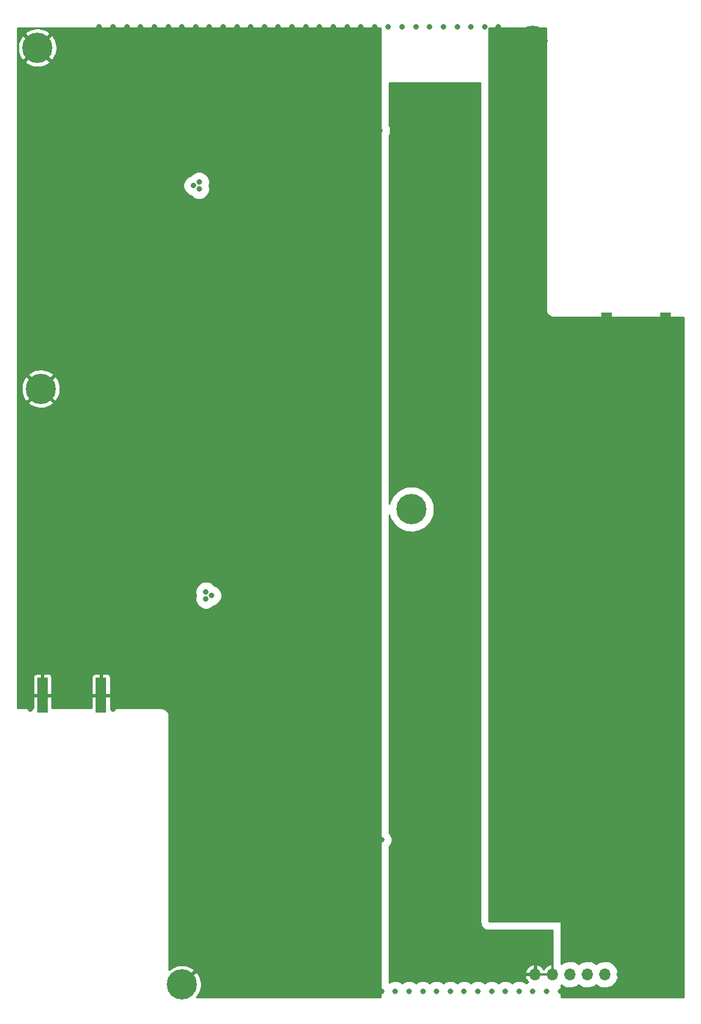
<source format=gbl>
G04 #@! TF.GenerationSoftware,KiCad,Pcbnew,(5.99.0-221-ga18d3cc)*
G04 #@! TF.CreationDate,2019-11-20T11:00:34-07:00*
G04 #@! TF.ProjectId,gva-pha202amp,6776612d-7068-4613-9230-32616d702e6b,rev?*
G04 #@! TF.SameCoordinates,Original*
G04 #@! TF.FileFunction,Copper,L4,Bot*
G04 #@! TF.FilePolarity,Positive*
%FSLAX46Y46*%
G04 Gerber Fmt 4.6, Leading zero omitted, Abs format (unit mm)*
G04 Created by KiCad (PCBNEW (5.99.0-221-ga18d3cc)) date 2019-11-20 11:00:34*
%MOMM*%
%LPD*%
G04 APERTURE LIST*
%ADD10C,0.700000*%
%ADD11C,4.400000*%
%ADD12O,1.700000X1.700000*%
%ADD13R,1.700000X1.700000*%
%ADD14R,1.500000X5.080000*%
%ADD15C,0.800000*%
%ADD16C,0.380600*%
%ADD17C,0.254000*%
G04 APERTURE END LIST*
D10*
X181516726Y-158833274D03*
X180350000Y-158350000D03*
X179183274Y-158833274D03*
X178700000Y-160000000D03*
X179183274Y-161166726D03*
X180350000Y-161650000D03*
X181516726Y-161166726D03*
X182000000Y-160000000D03*
D11*
X180350000Y-160000000D03*
D10*
X148166726Y-227833274D03*
X147000000Y-227350000D03*
X145833274Y-227833274D03*
X145350000Y-229000000D03*
X145833274Y-230166726D03*
X147000000Y-230650000D03*
X148166726Y-230166726D03*
X148650000Y-229000000D03*
D11*
X147000000Y-229000000D03*
D10*
X199166726Y-90833274D03*
X198000000Y-90350000D03*
X196833274Y-90833274D03*
X196350000Y-92000000D03*
X196833274Y-93166726D03*
X198000000Y-93650000D03*
X199166726Y-93166726D03*
X199650000Y-92000000D03*
D11*
X198000000Y-92000000D03*
D10*
X218166726Y-168833274D03*
X217000000Y-168350000D03*
X215833274Y-168833274D03*
X215350000Y-170000000D03*
X215833274Y-171166726D03*
X217000000Y-171650000D03*
X218166726Y-171166726D03*
X218650000Y-170000000D03*
D11*
X217000000Y-170000000D03*
D10*
X218166726Y-216833274D03*
X217000000Y-216350000D03*
X215833274Y-216833274D03*
X215350000Y-218000000D03*
X215833274Y-219166726D03*
X217000000Y-219650000D03*
X218166726Y-219166726D03*
X218650000Y-218000000D03*
D11*
X217000000Y-218000000D03*
D10*
X127666726Y-141333274D03*
X126500000Y-140850000D03*
X125333274Y-141333274D03*
X124850000Y-142500000D03*
X125333274Y-143666726D03*
X126500000Y-144150000D03*
X127666726Y-143666726D03*
X128150000Y-142500000D03*
D11*
X126500000Y-142500000D03*
D10*
X127166726Y-91833274D03*
X126000000Y-91350000D03*
X124833274Y-91833274D03*
X124350000Y-93000000D03*
X124833274Y-94166726D03*
X126000000Y-94650000D03*
X127166726Y-94166726D03*
X127650000Y-93000000D03*
D11*
X126000000Y-93000000D03*
D12*
X198300000Y-227540000D03*
X200840000Y-227540000D03*
X203380000Y-227540000D03*
X205920000Y-227540000D03*
X208460000Y-227540000D03*
X211000000Y-227540000D03*
D13*
X213540000Y-227540000D03*
D14*
X208750000Y-134000000D03*
X217250000Y-134000000D03*
X135250000Y-187000000D03*
X126750000Y-187000000D03*
D15*
X180500000Y-206500000D03*
X180500000Y-175500000D03*
X180500000Y-174500000D03*
X180500000Y-173500000D03*
X180500000Y-172500000D03*
X179500000Y-172500000D03*
X178500000Y-172500000D03*
X180500000Y-106500000D03*
X180500000Y-105500000D03*
X180500000Y-104500000D03*
X180500000Y-103500000D03*
X179500000Y-103500000D03*
X178500000Y-103500000D03*
X180500000Y-140500000D03*
X180500000Y-139500000D03*
X180500000Y-138500000D03*
X180500000Y-137500000D03*
X179500000Y-137500000D03*
X178500000Y-137500000D03*
X180500000Y-209500000D03*
X180500000Y-208500000D03*
X180500000Y-207500000D03*
X179500000Y-206500000D03*
X178500000Y-206500000D03*
X148720000Y-113000000D03*
X151290000Y-172520000D03*
X150500000Y-172000000D03*
X150500000Y-173000000D03*
X149500000Y-113500000D03*
X149500000Y-112500000D03*
X175800000Y-105000000D03*
X215000000Y-215000000D03*
X214000000Y-216000000D03*
X213000000Y-217000000D03*
X212000000Y-218000000D03*
X212000000Y-220000000D03*
X213000000Y-221000000D03*
X214000000Y-222000000D03*
X150000000Y-184000000D03*
X217000000Y-163000000D03*
X216000000Y-164000000D03*
X198000000Y-131000000D03*
X198000000Y-133000000D03*
X198000000Y-135000000D03*
X198000000Y-137000000D03*
X199000000Y-138000000D03*
X218000000Y-140000000D03*
X218000000Y-142000000D03*
X218000000Y-144000000D03*
X218000000Y-146000000D03*
X218000000Y-148000000D03*
X218000000Y-150000000D03*
X218000000Y-152000000D03*
X218000000Y-154000000D03*
X218000000Y-156000000D03*
X218000000Y-158000000D03*
X218000000Y-160000000D03*
X218000000Y-162000000D03*
X215000000Y-165000000D03*
X215000000Y-167000000D03*
X215000000Y-173000000D03*
X215000000Y-175000000D03*
X215000000Y-177000000D03*
X215000000Y-179000000D03*
X215000000Y-181000000D03*
X215000000Y-183000000D03*
X215000000Y-185000000D03*
X215000000Y-187000000D03*
X215000000Y-189000000D03*
X215000000Y-191000000D03*
X215000000Y-193000000D03*
X215000000Y-195000000D03*
X215000000Y-197000000D03*
X215000000Y-199000000D03*
X215000000Y-201000000D03*
X215000000Y-203000000D03*
X215000000Y-205000000D03*
X215000000Y-207000000D03*
X215000000Y-209000000D03*
X215000000Y-211000000D03*
X215000000Y-213000000D03*
X215000000Y-223000000D03*
X216000000Y-224000000D03*
X216000000Y-226000000D03*
X216000000Y-228000000D03*
X216000000Y-230000000D03*
X214000000Y-230000000D03*
X212000000Y-230000000D03*
X210000000Y-230000000D03*
X208000000Y-230000000D03*
X206000000Y-230000000D03*
X204000000Y-230000000D03*
X202000000Y-230000000D03*
X200000000Y-230000000D03*
X198000000Y-230000000D03*
X196000000Y-230000000D03*
X194000000Y-230000000D03*
X192000000Y-230000000D03*
X190000000Y-230000000D03*
X188000000Y-230000000D03*
X186000000Y-230000000D03*
X184000000Y-230000000D03*
X182000000Y-230000000D03*
X180000000Y-230000000D03*
X178000000Y-230000000D03*
X176000000Y-230000000D03*
X174000000Y-230000000D03*
X172000000Y-230000000D03*
X170000000Y-230000000D03*
X168000000Y-230000000D03*
X166000000Y-230000000D03*
X164000000Y-230000000D03*
X162000000Y-230000000D03*
X160000000Y-230000000D03*
X158000000Y-230000000D03*
X156000000Y-230000000D03*
X155000000Y-229000000D03*
X154000000Y-228000000D03*
X153000000Y-227000000D03*
X152000000Y-226000000D03*
X151000000Y-225000000D03*
X150000000Y-224000000D03*
X150000000Y-222000000D03*
X150000000Y-220000000D03*
X150000000Y-218000000D03*
X150000000Y-216000000D03*
X150000000Y-214000000D03*
X150000000Y-212000000D03*
X150000000Y-210000000D03*
X150000000Y-208000000D03*
X150000000Y-206000000D03*
X150000000Y-204000000D03*
X150000000Y-202000000D03*
X150000000Y-200000000D03*
X150000000Y-198000000D03*
X150000000Y-196000000D03*
X150000000Y-194000000D03*
X150000000Y-192000000D03*
X150000000Y-190000000D03*
X150000000Y-188000000D03*
X150000000Y-186000000D03*
X148000000Y-184000000D03*
X146000000Y-184000000D03*
X144000000Y-184000000D03*
X142000000Y-184000000D03*
X140000000Y-184000000D03*
X138000000Y-184000000D03*
X137000000Y-185000000D03*
X137000000Y-187000000D03*
X137000000Y-189000000D03*
X125000000Y-189000000D03*
X125000000Y-187000000D03*
X125000000Y-185000000D03*
X125000000Y-183000000D03*
X125000000Y-181000000D03*
X125000000Y-179000000D03*
X125000000Y-177000000D03*
X125000000Y-175000000D03*
X125000000Y-173000000D03*
X125000000Y-171000000D03*
X125000000Y-169000000D03*
X125000000Y-167000000D03*
X125000000Y-165000000D03*
X125000000Y-165000000D03*
X125000000Y-163000000D03*
X125000000Y-161000000D03*
X125000000Y-159000000D03*
X125000000Y-157000000D03*
X125000000Y-155000000D03*
X125000000Y-153000000D03*
X125000000Y-151000000D03*
X125000000Y-149000000D03*
X126000000Y-148000000D03*
X127000000Y-147000000D03*
X128000000Y-146000000D03*
X129000000Y-145000000D03*
X129000000Y-140000000D03*
X129000000Y-138000000D03*
X129000000Y-136000000D03*
X129000000Y-134000000D03*
X129000000Y-132000000D03*
X129000000Y-130000000D03*
X129000000Y-128000000D03*
X129000000Y-126000000D03*
X129000000Y-124000000D03*
X129000000Y-122000000D03*
X129000000Y-120000000D03*
X129000000Y-118000000D03*
X129000000Y-116000000D03*
X129000000Y-114000000D03*
X129000000Y-112000000D03*
X129000000Y-110000000D03*
X129000000Y-108000000D03*
X129000000Y-106000000D03*
X129000000Y-104000000D03*
X129000000Y-102000000D03*
X129000000Y-100000000D03*
X129000000Y-98000000D03*
X129000000Y-96000000D03*
X130000000Y-95000000D03*
X131000000Y-94000000D03*
X132000000Y-93000000D03*
X133000000Y-92000000D03*
X134000000Y-91000000D03*
X135000000Y-90000000D03*
X137000000Y-90000000D03*
X139000000Y-90000000D03*
X141000000Y-90000000D03*
X143000000Y-90000000D03*
X145000000Y-90000000D03*
X147000000Y-90000000D03*
X149000000Y-90000000D03*
X151000000Y-90000000D03*
X153000000Y-90000000D03*
X155000000Y-90000000D03*
X157000000Y-90000000D03*
X159000000Y-90000000D03*
X161000000Y-90000000D03*
X163000000Y-90000000D03*
X165000000Y-90000000D03*
X167000000Y-90000000D03*
X169000000Y-90000000D03*
X171000000Y-90000000D03*
X173000000Y-90000000D03*
X175000000Y-90000000D03*
X177000000Y-90000000D03*
X179000000Y-90000000D03*
X181000000Y-90000000D03*
X183000000Y-90000000D03*
X185000000Y-90000000D03*
X187000000Y-90000000D03*
X189000000Y-90000000D03*
X191000000Y-90000000D03*
X193000000Y-90000000D03*
X195000000Y-91000000D03*
X198000000Y-95000000D03*
X198000000Y-97000000D03*
X198000000Y-99000000D03*
X198000000Y-101000000D03*
X198000000Y-103000000D03*
X198000000Y-105000000D03*
X198000000Y-107000000D03*
X198000000Y-109000000D03*
X198000000Y-111000000D03*
X198000000Y-113000000D03*
X198000000Y-115000000D03*
X198000000Y-117000000D03*
X198000000Y-119000000D03*
X198000000Y-121000000D03*
X198000000Y-123000000D03*
X198000000Y-125000000D03*
X198000000Y-127000000D03*
X198000000Y-129000000D03*
X200000000Y-139000000D03*
X202000000Y-139000000D03*
X204000000Y-139000000D03*
X206000000Y-139000000D03*
X146500000Y-113000000D03*
X152500000Y-174000000D03*
X210000000Y-132500000D03*
X210000000Y-133500000D03*
X210000000Y-134500000D03*
X210000000Y-135500000D03*
X210000000Y-136500000D03*
X216000000Y-132500000D03*
X216000000Y-133500000D03*
X216000000Y-134500000D03*
X216000000Y-135500000D03*
X216000000Y-136500000D03*
X218000000Y-137500000D03*
X217000000Y-137500000D03*
X216000000Y-137500000D03*
X216000000Y-138500000D03*
X217000000Y-138500000D03*
X218000000Y-138500000D03*
X219000000Y-138500000D03*
X219000000Y-137500000D03*
X219000000Y-136500000D03*
X219000000Y-135500000D03*
X219000000Y-134500000D03*
X219000000Y-133500000D03*
X219000000Y-132500000D03*
X210000000Y-138500000D03*
X209000000Y-138500000D03*
X208000000Y-138500000D03*
X207000000Y-138500000D03*
X210000000Y-137500000D03*
X209000000Y-137500000D03*
X208000000Y-137500000D03*
X207000000Y-137500000D03*
X207000000Y-136500000D03*
X207000000Y-135500000D03*
X207000000Y-134500000D03*
X207000000Y-133500000D03*
X207000000Y-132500000D03*
X210500000Y-196500000D03*
X133000000Y-126500000D03*
X155500000Y-144000000D03*
X154500000Y-144000000D03*
X153500000Y-144000000D03*
X153500000Y-143000000D03*
X153500000Y-142000000D03*
X153500000Y-141000000D03*
X154500000Y-141000000D03*
X155500000Y-141000000D03*
X155500000Y-213000000D03*
X154500000Y-213000000D03*
X153500000Y-213000000D03*
X153500000Y-212000000D03*
X153500000Y-211000000D03*
X153500000Y-210000000D03*
X154500000Y-210000000D03*
X155500000Y-210000000D03*
X195000000Y-179000000D03*
X196000000Y-179000000D03*
X197000000Y-179000000D03*
X197000000Y-178000000D03*
X197000000Y-177000000D03*
X197000000Y-176000000D03*
X196000000Y-176000000D03*
X195000000Y-176000000D03*
X195000000Y-110000000D03*
X196000000Y-110000000D03*
X197000000Y-110000000D03*
X197000000Y-109000000D03*
X197000000Y-108000000D03*
X197000000Y-107000000D03*
X196000000Y-107000000D03*
X195000000Y-107000000D03*
X210500000Y-192500000D03*
X211500000Y-192500000D03*
X212500000Y-192500000D03*
X212500000Y-193500000D03*
X212500000Y-194500000D03*
X212500000Y-195500000D03*
X212500000Y-196500000D03*
X211500000Y-196500000D03*
X135000000Y-127500000D03*
X134000000Y-127500000D03*
X133000000Y-127500000D03*
X133000000Y-125500000D03*
X133000000Y-124500000D03*
X134000000Y-124500000D03*
X135000000Y-124500000D03*
X176000000Y-208000000D03*
X175400000Y-139100000D03*
X175500000Y-174000000D03*
X172500000Y-150000000D03*
X173500000Y-150000000D03*
X174500000Y-150000000D03*
X174000000Y-149000000D03*
X173000000Y-149000000D03*
X174500000Y-148000000D03*
X173500000Y-148000000D03*
X172500000Y-148000000D03*
X172500000Y-138000000D03*
X173500000Y-138000000D03*
X174500000Y-138000000D03*
X174000000Y-139000000D03*
X173000000Y-139000000D03*
X172500000Y-140000000D03*
X173500000Y-140000000D03*
X174500000Y-140000000D03*
X174000000Y-141000000D03*
X173000000Y-141000000D03*
X173000000Y-147000000D03*
X174000000Y-147000000D03*
X174500000Y-146000000D03*
X172500000Y-146000000D03*
X173500000Y-146000000D03*
X174500000Y-112000000D03*
X174500000Y-114000000D03*
X173500000Y-112000000D03*
X173500000Y-114000000D03*
X174000000Y-113000000D03*
X173000000Y-113000000D03*
X154000000Y-169500000D03*
X154000000Y-165500000D03*
X154000000Y-167500000D03*
X153500000Y-168500000D03*
X153500000Y-166500000D03*
X146000000Y-118000000D03*
X149000000Y-116000000D03*
X146000000Y-116000000D03*
X146000000Y-120000000D03*
X149000000Y-120000000D03*
X151000000Y-165500000D03*
X153000000Y-169500000D03*
X151000000Y-169500000D03*
X152000000Y-169500000D03*
X153000000Y-165500000D03*
X152000000Y-165500000D03*
X152500000Y-168500000D03*
X153000000Y-167500000D03*
X151500000Y-166500000D03*
X151500000Y-168500000D03*
X151000000Y-167500000D03*
X152000000Y-167500000D03*
X152500000Y-166500000D03*
X148000000Y-120000000D03*
X147000000Y-120000000D03*
X146500000Y-119000000D03*
X146500000Y-117000000D03*
X147000000Y-116000000D03*
X148000000Y-116000000D03*
X174500000Y-106000000D03*
X173500000Y-106000000D03*
X172500000Y-106000000D03*
X173000000Y-105000000D03*
X174000000Y-105000000D03*
X174500000Y-104000000D03*
X172500000Y-104000000D03*
X173500000Y-104000000D03*
X173000000Y-103000000D03*
X174000000Y-103000000D03*
X172500000Y-102000000D03*
X174500000Y-102000000D03*
X173500000Y-102000000D03*
X172500000Y-108000000D03*
X173500000Y-108000000D03*
X147000000Y-118000000D03*
X147500000Y-119000000D03*
X149000000Y-118000000D03*
X147500000Y-117000000D03*
X148500000Y-117000000D03*
X148000000Y-118000000D03*
X148500000Y-119000000D03*
X172500000Y-112000000D03*
X172500000Y-114000000D03*
X173000000Y-107000000D03*
X174000000Y-107000000D03*
X172500000Y-110000000D03*
X174500000Y-108000000D03*
X174500000Y-110000000D03*
X173000000Y-109000000D03*
X173000000Y-111000000D03*
X174000000Y-111000000D03*
X173500000Y-110000000D03*
X174000000Y-109000000D03*
X173000000Y-145000000D03*
X174500000Y-144000000D03*
X174000000Y-145000000D03*
X173500000Y-142000000D03*
X172500000Y-142000000D03*
X174500000Y-142000000D03*
X174000000Y-143000000D03*
X172500000Y-144000000D03*
X173500000Y-144000000D03*
X173000000Y-143000000D03*
X172500000Y-180000000D03*
X172500000Y-184000000D03*
X172500000Y-182000000D03*
X172500000Y-172000000D03*
X174000000Y-173000000D03*
X173000000Y-173000000D03*
X173000000Y-175000000D03*
X173500000Y-174000000D03*
X173000000Y-177000000D03*
X174000000Y-177000000D03*
X173500000Y-178000000D03*
X173000000Y-179000000D03*
X174000000Y-179000000D03*
X174500000Y-174000000D03*
X172500000Y-178000000D03*
X173500000Y-172000000D03*
X172500000Y-176000000D03*
X174500000Y-176000000D03*
X174000000Y-175000000D03*
X174500000Y-178000000D03*
X173500000Y-176000000D03*
X174500000Y-172000000D03*
X172500000Y-174000000D03*
X174000000Y-181000000D03*
X174500000Y-180000000D03*
X174000000Y-183000000D03*
X173000000Y-183000000D03*
X173000000Y-181000000D03*
X173500000Y-180000000D03*
X174500000Y-182000000D03*
X173500000Y-184000000D03*
X173500000Y-182000000D03*
X174500000Y-184000000D03*
X174000000Y-216000000D03*
X172500000Y-207000000D03*
X172500000Y-219000000D03*
X174000000Y-218000000D03*
X174500000Y-211000000D03*
X174500000Y-219000000D03*
X174000000Y-212000000D03*
X173000000Y-210000000D03*
X173000000Y-212000000D03*
X174000000Y-210000000D03*
X174500000Y-213000000D03*
X174500000Y-209000000D03*
X174000000Y-208000000D03*
X172500000Y-215000000D03*
X173500000Y-217000000D03*
X172500000Y-211000000D03*
X173500000Y-213000000D03*
X173500000Y-219000000D03*
X173000000Y-208000000D03*
X173500000Y-209000000D03*
X173000000Y-214000000D03*
X172500000Y-213000000D03*
X173500000Y-207000000D03*
X174500000Y-207000000D03*
X172500000Y-209000000D03*
X172500000Y-217000000D03*
X173500000Y-211000000D03*
X173000000Y-218000000D03*
X174500000Y-217000000D03*
X173000000Y-216000000D03*
X173500000Y-215000000D03*
X174500000Y-215000000D03*
X174000000Y-214000000D03*
D16*
X198300000Y-227540000D02*
X200840000Y-227540000D01*
D17*
G36*
X190374000Y-220004791D02*
G01*
X190386746Y-220172166D01*
X190443482Y-220391291D01*
X190543875Y-220595957D01*
X190683412Y-220776225D01*
X190856381Y-220924712D01*
X191055699Y-221035344D01*
X191273207Y-221103587D01*
X191493610Y-221126000D01*
X200874000Y-221126000D01*
X200874000Y-227668000D01*
X200712000Y-227668000D01*
X200712000Y-226040022D01*
X200345292Y-226135200D01*
X200115671Y-226238637D01*
X199906760Y-226379284D01*
X199724534Y-226553119D01*
X199574203Y-226755172D01*
X199567564Y-226768230D01*
X199503390Y-226662474D01*
X199338331Y-226472261D01*
X199143584Y-226312578D01*
X198924716Y-226187991D01*
X198685169Y-226101040D01*
X198428000Y-226066953D01*
X198428000Y-227668000D01*
X196810513Y-227668000D01*
X196873456Y-227967983D01*
X196965961Y-228202222D01*
X197096610Y-228417526D01*
X197261669Y-228607739D01*
X197302078Y-228640873D01*
X197098099Y-228758640D01*
X197000000Y-228846969D01*
X196901901Y-228758640D01*
X196624099Y-228598251D01*
X196319021Y-228499126D01*
X196000000Y-228465595D01*
X195680979Y-228499126D01*
X195375901Y-228598251D01*
X195098099Y-228758640D01*
X195000000Y-228846969D01*
X194901901Y-228758640D01*
X194624099Y-228598251D01*
X194319021Y-228499126D01*
X194000000Y-228465595D01*
X193680979Y-228499126D01*
X193375901Y-228598251D01*
X193098099Y-228758640D01*
X193000000Y-228846969D01*
X192901901Y-228758640D01*
X192624099Y-228598251D01*
X192319021Y-228499126D01*
X192000000Y-228465595D01*
X191680979Y-228499126D01*
X191375901Y-228598251D01*
X191098099Y-228758640D01*
X191000000Y-228846969D01*
X190901901Y-228758640D01*
X190624099Y-228598251D01*
X190319021Y-228499126D01*
X190000000Y-228465595D01*
X189680979Y-228499126D01*
X189375901Y-228598251D01*
X189098099Y-228758640D01*
X189000000Y-228846969D01*
X188901901Y-228758640D01*
X188624099Y-228598251D01*
X188319021Y-228499126D01*
X188000000Y-228465595D01*
X187680979Y-228499126D01*
X187375901Y-228598251D01*
X187098099Y-228758640D01*
X187000000Y-228846969D01*
X186901901Y-228758640D01*
X186624099Y-228598251D01*
X186319021Y-228499126D01*
X186000000Y-228465595D01*
X185680979Y-228499126D01*
X185375901Y-228598251D01*
X185098099Y-228758640D01*
X185000000Y-228846969D01*
X184901901Y-228758640D01*
X184624099Y-228598251D01*
X184319021Y-228499126D01*
X184000000Y-228465595D01*
X183680979Y-228499126D01*
X183375901Y-228598251D01*
X183098099Y-228758640D01*
X183000000Y-228846969D01*
X182901901Y-228758640D01*
X182624099Y-228598251D01*
X182319021Y-228499126D01*
X182000000Y-228465595D01*
X181680979Y-228499126D01*
X181375901Y-228598251D01*
X181098099Y-228758640D01*
X181000000Y-228846969D01*
X180901901Y-228758640D01*
X180624099Y-228598251D01*
X180319021Y-228499126D01*
X180000000Y-228465595D01*
X179680979Y-228499126D01*
X179375901Y-228598251D01*
X179098099Y-228758640D01*
X179000000Y-228846969D01*
X178901901Y-228758640D01*
X178624099Y-228598251D01*
X178319021Y-228499126D01*
X178000000Y-228465595D01*
X177680979Y-228499126D01*
X177375901Y-228598251D01*
X177126000Y-228742531D01*
X177126000Y-227412000D01*
X196819957Y-227412000D01*
X198172000Y-227412000D01*
X198172000Y-226040022D01*
X197805292Y-226135200D01*
X197575671Y-226238637D01*
X197366760Y-226379284D01*
X197184534Y-226553119D01*
X197034203Y-226755172D01*
X196920064Y-226979666D01*
X196845382Y-227220181D01*
X196819957Y-227412000D01*
X177126000Y-227412000D01*
X177126000Y-209039580D01*
X177140285Y-209026718D01*
X177328833Y-208767202D01*
X177459306Y-208474158D01*
X177525999Y-208160389D01*
X177525999Y-207839611D01*
X177459306Y-207525842D01*
X177328833Y-207232798D01*
X177140285Y-206973282D01*
X177126000Y-206960420D01*
X177126000Y-160829661D01*
X177135300Y-160873414D01*
X177252692Y-161226311D01*
X177408691Y-161563922D01*
X177601350Y-161882040D01*
X177828269Y-162176700D01*
X178086619Y-162444229D01*
X178373180Y-162681293D01*
X178684381Y-162884938D01*
X179016342Y-163052623D01*
X179364926Y-163182260D01*
X179725788Y-163272233D01*
X180094430Y-163321421D01*
X180466258Y-163329210D01*
X180836637Y-163295502D01*
X181200950Y-163220720D01*
X181554658Y-163105793D01*
X181893349Y-162952156D01*
X182212805Y-162761722D01*
X182509043Y-162536866D01*
X182778368Y-162280390D01*
X183017428Y-161995491D01*
X183223239Y-161685719D01*
X183393239Y-161354937D01*
X183525306Y-161007266D01*
X183617795Y-160647041D01*
X183669678Y-160277877D01*
X183676143Y-159814923D01*
X183634589Y-159444453D01*
X183552192Y-159081786D01*
X183429884Y-158730563D01*
X183269187Y-158395163D01*
X183072105Y-158079766D01*
X182841094Y-157788304D01*
X182579034Y-157524408D01*
X182289191Y-157291367D01*
X181975177Y-157092088D01*
X181640907Y-156929054D01*
X181290547Y-156804296D01*
X180928464Y-156719370D01*
X180559170Y-156675334D01*
X180187269Y-156672738D01*
X179817397Y-156711614D01*
X179454164Y-156791476D01*
X179102096Y-156911329D01*
X178765582Y-157069680D01*
X178448817Y-157264556D01*
X178155748Y-157493527D01*
X177890029Y-157753738D01*
X177654972Y-158041947D01*
X177453505Y-158354562D01*
X177288141Y-158687686D01*
X177160940Y-159037166D01*
X177126000Y-159181590D01*
X177126000Y-105771101D01*
X177128833Y-105767202D01*
X177259306Y-105474158D01*
X177325999Y-105160389D01*
X177325999Y-104839611D01*
X177259306Y-104525842D01*
X177128833Y-104232798D01*
X177126000Y-104228899D01*
X177126000Y-98126000D01*
X190374000Y-98126000D01*
X190374000Y-220004791D01*
G37*
X190374000Y-220004791D02*
X190386746Y-220172166D01*
X190443482Y-220391291D01*
X190543875Y-220595957D01*
X190683412Y-220776225D01*
X190856381Y-220924712D01*
X191055699Y-221035344D01*
X191273207Y-221103587D01*
X191493610Y-221126000D01*
X200874000Y-221126000D01*
X200874000Y-227668000D01*
X200712000Y-227668000D01*
X200712000Y-226040022D01*
X200345292Y-226135200D01*
X200115671Y-226238637D01*
X199906760Y-226379284D01*
X199724534Y-226553119D01*
X199574203Y-226755172D01*
X199567564Y-226768230D01*
X199503390Y-226662474D01*
X199338331Y-226472261D01*
X199143584Y-226312578D01*
X198924716Y-226187991D01*
X198685169Y-226101040D01*
X198428000Y-226066953D01*
X198428000Y-227668000D01*
X196810513Y-227668000D01*
X196873456Y-227967983D01*
X196965961Y-228202222D01*
X197096610Y-228417526D01*
X197261669Y-228607739D01*
X197302078Y-228640873D01*
X197098099Y-228758640D01*
X197000000Y-228846969D01*
X196901901Y-228758640D01*
X196624099Y-228598251D01*
X196319021Y-228499126D01*
X196000000Y-228465595D01*
X195680979Y-228499126D01*
X195375901Y-228598251D01*
X195098099Y-228758640D01*
X195000000Y-228846969D01*
X194901901Y-228758640D01*
X194624099Y-228598251D01*
X194319021Y-228499126D01*
X194000000Y-228465595D01*
X193680979Y-228499126D01*
X193375901Y-228598251D01*
X193098099Y-228758640D01*
X193000000Y-228846969D01*
X192901901Y-228758640D01*
X192624099Y-228598251D01*
X192319021Y-228499126D01*
X192000000Y-228465595D01*
X191680979Y-228499126D01*
X191375901Y-228598251D01*
X191098099Y-228758640D01*
X191000000Y-228846969D01*
X190901901Y-228758640D01*
X190624099Y-228598251D01*
X190319021Y-228499126D01*
X190000000Y-228465595D01*
X189680979Y-228499126D01*
X189375901Y-228598251D01*
X189098099Y-228758640D01*
X189000000Y-228846969D01*
X188901901Y-228758640D01*
X188624099Y-228598251D01*
X188319021Y-228499126D01*
X188000000Y-228465595D01*
X187680979Y-228499126D01*
X187375901Y-228598251D01*
X187098099Y-228758640D01*
X187000000Y-228846969D01*
X186901901Y-228758640D01*
X186624099Y-228598251D01*
X186319021Y-228499126D01*
X186000000Y-228465595D01*
X185680979Y-228499126D01*
X185375901Y-228598251D01*
X185098099Y-228758640D01*
X185000000Y-228846969D01*
X184901901Y-228758640D01*
X184624099Y-228598251D01*
X184319021Y-228499126D01*
X184000000Y-228465595D01*
X183680979Y-228499126D01*
X183375901Y-228598251D01*
X183098099Y-228758640D01*
X183000000Y-228846969D01*
X182901901Y-228758640D01*
X182624099Y-228598251D01*
X182319021Y-228499126D01*
X182000000Y-228465595D01*
X181680979Y-228499126D01*
X181375901Y-228598251D01*
X181098099Y-228758640D01*
X181000000Y-228846969D01*
X180901901Y-228758640D01*
X180624099Y-228598251D01*
X180319021Y-228499126D01*
X180000000Y-228465595D01*
X179680979Y-228499126D01*
X179375901Y-228598251D01*
X179098099Y-228758640D01*
X179000000Y-228846969D01*
X178901901Y-228758640D01*
X178624099Y-228598251D01*
X178319021Y-228499126D01*
X178000000Y-228465595D01*
X177680979Y-228499126D01*
X177375901Y-228598251D01*
X177126000Y-228742531D01*
X177126000Y-227412000D01*
X196819957Y-227412000D01*
X198172000Y-227412000D01*
X198172000Y-226040022D01*
X197805292Y-226135200D01*
X197575671Y-226238637D01*
X197366760Y-226379284D01*
X197184534Y-226553119D01*
X197034203Y-226755172D01*
X196920064Y-226979666D01*
X196845382Y-227220181D01*
X196819957Y-227412000D01*
X177126000Y-227412000D01*
X177126000Y-209039580D01*
X177140285Y-209026718D01*
X177328833Y-208767202D01*
X177459306Y-208474158D01*
X177525999Y-208160389D01*
X177525999Y-207839611D01*
X177459306Y-207525842D01*
X177328833Y-207232798D01*
X177140285Y-206973282D01*
X177126000Y-206960420D01*
X177126000Y-160829661D01*
X177135300Y-160873414D01*
X177252692Y-161226311D01*
X177408691Y-161563922D01*
X177601350Y-161882040D01*
X177828269Y-162176700D01*
X178086619Y-162444229D01*
X178373180Y-162681293D01*
X178684381Y-162884938D01*
X179016342Y-163052623D01*
X179364926Y-163182260D01*
X179725788Y-163272233D01*
X180094430Y-163321421D01*
X180466258Y-163329210D01*
X180836637Y-163295502D01*
X181200950Y-163220720D01*
X181554658Y-163105793D01*
X181893349Y-162952156D01*
X182212805Y-162761722D01*
X182509043Y-162536866D01*
X182778368Y-162280390D01*
X183017428Y-161995491D01*
X183223239Y-161685719D01*
X183393239Y-161354937D01*
X183525306Y-161007266D01*
X183617795Y-160647041D01*
X183669678Y-160277877D01*
X183676143Y-159814923D01*
X183634589Y-159444453D01*
X183552192Y-159081786D01*
X183429884Y-158730563D01*
X183269187Y-158395163D01*
X183072105Y-158079766D01*
X182841094Y-157788304D01*
X182579034Y-157524408D01*
X182289191Y-157291367D01*
X181975177Y-157092088D01*
X181640907Y-156929054D01*
X181290547Y-156804296D01*
X180928464Y-156719370D01*
X180559170Y-156675334D01*
X180187269Y-156672738D01*
X179817397Y-156711614D01*
X179454164Y-156791476D01*
X179102096Y-156911329D01*
X178765582Y-157069680D01*
X178448817Y-157264556D01*
X178155748Y-157493527D01*
X177890029Y-157753738D01*
X177654972Y-158041947D01*
X177453505Y-158354562D01*
X177288141Y-158687686D01*
X177160940Y-159037166D01*
X177126000Y-159181590D01*
X177126000Y-105771101D01*
X177128833Y-105767202D01*
X177259306Y-105474158D01*
X177325999Y-105160389D01*
X177325999Y-104839611D01*
X177259306Y-104525842D01*
X177128833Y-104232798D01*
X177126000Y-104228899D01*
X177126000Y-98126000D01*
X190374000Y-98126000D01*
X190374000Y-220004791D01*
G36*
X199874000Y-130970303D02*
G01*
X199869546Y-131055289D01*
X199882534Y-131141164D01*
X199891311Y-131227581D01*
X199899606Y-131254050D01*
X199903752Y-131281468D01*
X199933749Y-131362996D01*
X199959718Y-131445864D01*
X199973162Y-131470118D01*
X199982740Y-131496151D01*
X200028514Y-131569977D01*
X200070619Y-131645938D01*
X200088671Y-131666998D01*
X200103282Y-131690565D01*
X200162962Y-131753676D01*
X200219485Y-131819622D01*
X200241399Y-131836619D01*
X200260455Y-131856771D01*
X200331610Y-131906595D01*
X200400234Y-131959824D01*
X200425114Y-131972067D01*
X200447838Y-131987978D01*
X200527542Y-132022470D01*
X200605484Y-132060821D01*
X200632325Y-132067813D01*
X200660845Y-132080154D01*
X200707333Y-132087350D01*
X200826849Y-132118482D01*
X200950186Y-132124946D01*
X200956997Y-132126000D01*
X200970302Y-132126000D01*
X201055288Y-132130454D01*
X201084738Y-132126000D01*
X219874001Y-132126000D01*
X219874000Y-230874000D01*
X202126000Y-230874000D01*
X202126000Y-229072735D01*
X202135830Y-229081918D01*
X202371447Y-229245371D01*
X202628192Y-229373099D01*
X202903684Y-229463410D01*
X203331996Y-229516000D01*
X203452759Y-229516000D01*
X203666010Y-229500527D01*
X203946028Y-229438705D01*
X204214190Y-229337107D01*
X204464875Y-229197864D01*
X204649288Y-229057124D01*
X204675830Y-229081918D01*
X204911447Y-229245371D01*
X205168192Y-229373099D01*
X205443684Y-229463410D01*
X205871996Y-229516000D01*
X205992759Y-229516000D01*
X206206010Y-229500527D01*
X206486028Y-229438705D01*
X206754190Y-229337107D01*
X207004875Y-229197864D01*
X207189288Y-229057124D01*
X207215830Y-229081918D01*
X207451447Y-229245371D01*
X207708192Y-229373099D01*
X207983684Y-229463410D01*
X208411996Y-229516000D01*
X208532759Y-229516000D01*
X208746010Y-229500527D01*
X209026028Y-229438705D01*
X209294190Y-229337107D01*
X209544875Y-229197864D01*
X209772836Y-229023891D01*
X209973293Y-228818831D01*
X210142050Y-228586984D01*
X210275570Y-228333204D01*
X210371058Y-228062806D01*
X210426511Y-227781457D01*
X210440770Y-227495050D01*
X210413533Y-227209585D01*
X210345374Y-226931040D01*
X210237720Y-226665254D01*
X210092824Y-226417791D01*
X209913724Y-226193837D01*
X209704170Y-225998083D01*
X209468553Y-225834629D01*
X209211808Y-225706901D01*
X208936316Y-225616590D01*
X208508004Y-225564000D01*
X208387241Y-225564000D01*
X208173990Y-225579473D01*
X207893972Y-225641295D01*
X207625810Y-225742893D01*
X207375125Y-225882136D01*
X207190712Y-226022876D01*
X207164170Y-225998082D01*
X206928553Y-225834629D01*
X206671808Y-225706901D01*
X206396316Y-225616590D01*
X205968004Y-225564000D01*
X205847241Y-225564000D01*
X205633990Y-225579473D01*
X205353972Y-225641295D01*
X205085810Y-225742893D01*
X204835125Y-225882136D01*
X204650712Y-226022876D01*
X204624170Y-225998082D01*
X204388553Y-225834629D01*
X204131808Y-225706901D01*
X203856316Y-225616590D01*
X203428004Y-225564000D01*
X203307241Y-225564000D01*
X203093990Y-225579473D01*
X202813972Y-225641295D01*
X202545810Y-225742893D01*
X202295125Y-225882136D01*
X202126000Y-226011208D01*
X202126000Y-219874000D01*
X191626000Y-219874000D01*
X191626000Y-90126000D01*
X199874001Y-90126000D01*
X199874000Y-130970303D01*
G37*
X199874000Y-130970303D02*
X199869546Y-131055289D01*
X199882534Y-131141164D01*
X199891311Y-131227581D01*
X199899606Y-131254050D01*
X199903752Y-131281468D01*
X199933749Y-131362996D01*
X199959718Y-131445864D01*
X199973162Y-131470118D01*
X199982740Y-131496151D01*
X200028514Y-131569977D01*
X200070619Y-131645938D01*
X200088671Y-131666998D01*
X200103282Y-131690565D01*
X200162962Y-131753676D01*
X200219485Y-131819622D01*
X200241399Y-131836619D01*
X200260455Y-131856771D01*
X200331610Y-131906595D01*
X200400234Y-131959824D01*
X200425114Y-131972067D01*
X200447838Y-131987978D01*
X200527542Y-132022470D01*
X200605484Y-132060821D01*
X200632325Y-132067813D01*
X200660845Y-132080154D01*
X200707333Y-132087350D01*
X200826849Y-132118482D01*
X200950186Y-132124946D01*
X200956997Y-132126000D01*
X200970302Y-132126000D01*
X201055288Y-132130454D01*
X201084738Y-132126000D01*
X219874001Y-132126000D01*
X219874000Y-230874000D01*
X202126000Y-230874000D01*
X202126000Y-229072735D01*
X202135830Y-229081918D01*
X202371447Y-229245371D01*
X202628192Y-229373099D01*
X202903684Y-229463410D01*
X203331996Y-229516000D01*
X203452759Y-229516000D01*
X203666010Y-229500527D01*
X203946028Y-229438705D01*
X204214190Y-229337107D01*
X204464875Y-229197864D01*
X204649288Y-229057124D01*
X204675830Y-229081918D01*
X204911447Y-229245371D01*
X205168192Y-229373099D01*
X205443684Y-229463410D01*
X205871996Y-229516000D01*
X205992759Y-229516000D01*
X206206010Y-229500527D01*
X206486028Y-229438705D01*
X206754190Y-229337107D01*
X207004875Y-229197864D01*
X207189288Y-229057124D01*
X207215830Y-229081918D01*
X207451447Y-229245371D01*
X207708192Y-229373099D01*
X207983684Y-229463410D01*
X208411996Y-229516000D01*
X208532759Y-229516000D01*
X208746010Y-229500527D01*
X209026028Y-229438705D01*
X209294190Y-229337107D01*
X209544875Y-229197864D01*
X209772836Y-229023891D01*
X209973293Y-228818831D01*
X210142050Y-228586984D01*
X210275570Y-228333204D01*
X210371058Y-228062806D01*
X210426511Y-227781457D01*
X210440770Y-227495050D01*
X210413533Y-227209585D01*
X210345374Y-226931040D01*
X210237720Y-226665254D01*
X210092824Y-226417791D01*
X209913724Y-226193837D01*
X209704170Y-225998083D01*
X209468553Y-225834629D01*
X209211808Y-225706901D01*
X208936316Y-225616590D01*
X208508004Y-225564000D01*
X208387241Y-225564000D01*
X208173990Y-225579473D01*
X207893972Y-225641295D01*
X207625810Y-225742893D01*
X207375125Y-225882136D01*
X207190712Y-226022876D01*
X207164170Y-225998082D01*
X206928553Y-225834629D01*
X206671808Y-225706901D01*
X206396316Y-225616590D01*
X205968004Y-225564000D01*
X205847241Y-225564000D01*
X205633990Y-225579473D01*
X205353972Y-225641295D01*
X205085810Y-225742893D01*
X204835125Y-225882136D01*
X204650712Y-226022876D01*
X204624170Y-225998082D01*
X204388553Y-225834629D01*
X204131808Y-225706901D01*
X203856316Y-225616590D01*
X203428004Y-225564000D01*
X203307241Y-225564000D01*
X203093990Y-225579473D01*
X202813972Y-225641295D01*
X202545810Y-225742893D01*
X202295125Y-225882136D01*
X202126000Y-226011208D01*
X202126000Y-219874000D01*
X191626000Y-219874000D01*
X191626000Y-90126000D01*
X199874001Y-90126000D01*
X199874000Y-130970303D01*
G36*
X175874000Y-230874000D02*
G01*
X149126920Y-230874000D01*
X149200205Y-230794443D01*
X149399848Y-230517122D01*
X149564730Y-230217823D01*
X149692460Y-229900884D01*
X149781189Y-229570896D01*
X149829724Y-229231982D01*
X149834260Y-228832277D01*
X149793425Y-228492349D01*
X149712205Y-228160432D01*
X149591699Y-227840677D01*
X149433650Y-227537715D01*
X149240350Y-227255935D01*
X149092772Y-227088248D01*
X147000000Y-229181020D01*
X146818980Y-229000000D01*
X148911541Y-226907439D01*
X148759663Y-226771881D01*
X148479240Y-226576617D01*
X148177388Y-226416458D01*
X147858482Y-226293722D01*
X147527140Y-226210188D01*
X147188164Y-226167065D01*
X146846461Y-226164977D01*
X146506982Y-226203956D01*
X146174645Y-226283437D01*
X145854263Y-226402267D01*
X145550478Y-226558727D01*
X145267689Y-226750549D01*
X145126000Y-226873935D01*
X145126000Y-190029697D01*
X145130454Y-189944711D01*
X145117466Y-189858836D01*
X145108689Y-189772419D01*
X145100394Y-189745952D01*
X145096247Y-189718531D01*
X145066253Y-189637010D01*
X145040282Y-189554136D01*
X145026838Y-189529880D01*
X145017259Y-189503848D01*
X144971486Y-189430024D01*
X144929381Y-189354062D01*
X144911329Y-189333002D01*
X144896718Y-189309435D01*
X144837038Y-189246324D01*
X144780515Y-189180378D01*
X144758601Y-189163381D01*
X144739545Y-189143229D01*
X144668390Y-189093405D01*
X144599764Y-189040174D01*
X144574882Y-189027931D01*
X144552164Y-189012023D01*
X144472453Y-188977529D01*
X144394514Y-188939178D01*
X144367674Y-188932187D01*
X144339157Y-188919847D01*
X144292661Y-188912648D01*
X144173149Y-188881518D01*
X144049814Y-188875054D01*
X144043003Y-188874000D01*
X144029697Y-188874000D01*
X143944711Y-188869546D01*
X143915261Y-188874000D01*
X136641837Y-188874000D01*
X136641837Y-187128000D01*
X133858163Y-187128000D01*
X133858163Y-188874000D01*
X128141837Y-188874000D01*
X128141837Y-187128000D01*
X125358163Y-187128000D01*
X125358163Y-188874000D01*
X123126000Y-188874000D01*
X123126000Y-184448976D01*
X125358163Y-184448976D01*
X125358163Y-186872000D01*
X126622000Y-186872000D01*
X126622000Y-183818163D01*
X126878000Y-183818163D01*
X126878000Y-186872000D01*
X128141837Y-186872000D01*
X128141837Y-184448976D01*
X133858163Y-184448976D01*
X133858163Y-186872000D01*
X135122000Y-186872000D01*
X135122000Y-183818163D01*
X135378000Y-183818163D01*
X135378000Y-186872000D01*
X136641837Y-186872000D01*
X136641837Y-184443412D01*
X136561205Y-184142489D01*
X136413815Y-183966835D01*
X136220186Y-183855044D01*
X136011024Y-183818163D01*
X135378000Y-183818163D01*
X135122000Y-183818163D01*
X134483412Y-183818163D01*
X134182489Y-183898795D01*
X134006835Y-184046185D01*
X133895044Y-184239814D01*
X133858163Y-184448976D01*
X128141837Y-184448976D01*
X128141837Y-184443412D01*
X128061205Y-184142489D01*
X127913815Y-183966835D01*
X127720186Y-183855044D01*
X127511024Y-183818163D01*
X126878000Y-183818163D01*
X126622000Y-183818163D01*
X125983412Y-183818163D01*
X125682489Y-183898795D01*
X125506835Y-184046185D01*
X125395044Y-184239814D01*
X125358163Y-184448976D01*
X123126000Y-184448976D01*
X123126000Y-171839611D01*
X148974001Y-171839611D01*
X148974001Y-172160389D01*
X149040694Y-172474158D01*
X149052200Y-172500000D01*
X149040694Y-172525842D01*
X148974001Y-172839611D01*
X148974001Y-173160389D01*
X149040694Y-173474158D01*
X149171167Y-173767202D01*
X149359715Y-174026718D01*
X149598099Y-174241360D01*
X149875901Y-174401749D01*
X150180979Y-174500874D01*
X150500000Y-174534405D01*
X150819021Y-174500874D01*
X151124099Y-174401749D01*
X151401901Y-174241360D01*
X151640285Y-174026718D01*
X151655504Y-174005771D01*
X151914099Y-173921749D01*
X152191901Y-173761360D01*
X152430285Y-173546718D01*
X152618833Y-173287202D01*
X152749306Y-172994158D01*
X152815999Y-172680389D01*
X152815999Y-172359611D01*
X152749306Y-172045842D01*
X152618833Y-171752798D01*
X152430285Y-171493282D01*
X152191901Y-171278640D01*
X151914099Y-171118251D01*
X151693545Y-171046589D01*
X151640285Y-170973282D01*
X151401901Y-170758640D01*
X151124099Y-170598251D01*
X150819021Y-170499126D01*
X150500000Y-170465595D01*
X150180979Y-170499126D01*
X149875901Y-170598251D01*
X149598099Y-170758640D01*
X149359715Y-170973282D01*
X149171167Y-171232798D01*
X149040694Y-171525842D01*
X148974001Y-171839611D01*
X123126000Y-171839611D01*
X123126000Y-144592431D01*
X124588589Y-144592431D01*
X124717102Y-144709571D01*
X124995465Y-144907759D01*
X125295623Y-145071071D01*
X125613225Y-145197140D01*
X125943674Y-145284140D01*
X126282181Y-145330810D01*
X126623843Y-145336476D01*
X126963711Y-145301054D01*
X127296862Y-145225058D01*
X127618471Y-145109588D01*
X127923878Y-144956319D01*
X128208659Y-144767468D01*
X128412586Y-144593606D01*
X126500000Y-142681019D01*
X124588589Y-144592431D01*
X123126000Y-144592431D01*
X123126000Y-142638693D01*
X123664212Y-142638693D01*
X123701413Y-142978371D01*
X123779152Y-143311120D01*
X123896304Y-143632119D01*
X124051170Y-143936720D01*
X124241509Y-144220509D01*
X124406726Y-144412254D01*
X126318981Y-142500000D01*
X126681019Y-142500000D01*
X128592449Y-144411429D01*
X128700207Y-144294442D01*
X128899848Y-144017122D01*
X129064730Y-143717823D01*
X129192460Y-143400884D01*
X129281189Y-143070896D01*
X129329724Y-142731982D01*
X129334260Y-142332277D01*
X129293425Y-141992349D01*
X129212205Y-141660432D01*
X129091699Y-141340677D01*
X128933650Y-141037715D01*
X128740350Y-140755935D01*
X128592772Y-140588248D01*
X126681019Y-142500000D01*
X126318981Y-142500000D01*
X124407531Y-140588551D01*
X124281125Y-140728695D01*
X124084396Y-141008092D01*
X123922658Y-141309101D01*
X123798254Y-141627360D01*
X123712986Y-141958259D01*
X123668088Y-142297006D01*
X123664212Y-142638693D01*
X123126000Y-142638693D01*
X123126000Y-140407005D01*
X124588025Y-140407005D01*
X126500000Y-142318981D01*
X128411541Y-140407439D01*
X128259663Y-140271881D01*
X127979240Y-140076617D01*
X127677388Y-139916458D01*
X127358482Y-139793722D01*
X127027140Y-139710188D01*
X126688164Y-139667065D01*
X126346461Y-139664977D01*
X126006982Y-139703956D01*
X125674645Y-139783437D01*
X125354263Y-139902267D01*
X125050478Y-140058727D01*
X124767689Y-140250549D01*
X124588025Y-140407005D01*
X123126000Y-140407005D01*
X123126000Y-112839611D01*
X147194001Y-112839611D01*
X147194001Y-113160389D01*
X147260694Y-113474158D01*
X147391167Y-113767202D01*
X147579715Y-114026718D01*
X147818099Y-114241360D01*
X148095901Y-114401749D01*
X148322385Y-114475338D01*
X148359715Y-114526718D01*
X148598099Y-114741360D01*
X148875901Y-114901749D01*
X149180979Y-115000874D01*
X149500000Y-115034405D01*
X149819021Y-115000874D01*
X150124099Y-114901749D01*
X150401901Y-114741360D01*
X150640285Y-114526718D01*
X150828833Y-114267202D01*
X150959306Y-113974158D01*
X151025999Y-113660389D01*
X151025999Y-113339611D01*
X150959306Y-113025842D01*
X150947800Y-113000000D01*
X150959306Y-112974158D01*
X151025999Y-112660389D01*
X151025999Y-112339611D01*
X150959306Y-112025842D01*
X150828833Y-111732798D01*
X150640285Y-111473282D01*
X150401901Y-111258640D01*
X150124099Y-111098251D01*
X149819021Y-110999126D01*
X149500000Y-110965595D01*
X149180979Y-110999126D01*
X148875901Y-111098251D01*
X148598099Y-111258640D01*
X148359715Y-111473282D01*
X148322385Y-111524662D01*
X148095901Y-111598251D01*
X147818099Y-111758640D01*
X147579715Y-111973282D01*
X147391167Y-112232798D01*
X147260694Y-112525842D01*
X147194001Y-112839611D01*
X123126000Y-112839611D01*
X123126000Y-95092431D01*
X124088589Y-95092431D01*
X124217102Y-95209571D01*
X124495465Y-95407759D01*
X124795623Y-95571071D01*
X125113225Y-95697140D01*
X125443674Y-95784140D01*
X125782181Y-95830810D01*
X126123843Y-95836476D01*
X126463711Y-95801054D01*
X126796862Y-95725058D01*
X127118471Y-95609588D01*
X127423878Y-95456319D01*
X127708659Y-95267468D01*
X127912586Y-95093606D01*
X126000000Y-93181019D01*
X124088589Y-95092431D01*
X123126000Y-95092431D01*
X123126000Y-93138693D01*
X123164212Y-93138693D01*
X123201413Y-93478371D01*
X123279152Y-93811120D01*
X123396304Y-94132119D01*
X123551170Y-94436720D01*
X123741509Y-94720509D01*
X123906726Y-94912254D01*
X125818981Y-93000000D01*
X126181019Y-93000000D01*
X128092449Y-94911429D01*
X128200207Y-94794442D01*
X128399848Y-94517122D01*
X128564730Y-94217823D01*
X128692460Y-93900884D01*
X128781189Y-93570896D01*
X128829724Y-93231982D01*
X128834260Y-92832277D01*
X128793425Y-92492349D01*
X128712205Y-92160432D01*
X128591699Y-91840677D01*
X128433650Y-91537715D01*
X128240350Y-91255935D01*
X128092772Y-91088248D01*
X126181019Y-93000000D01*
X125818981Y-93000000D01*
X123907531Y-91088551D01*
X123781125Y-91228695D01*
X123584396Y-91508092D01*
X123422658Y-91809101D01*
X123298254Y-92127360D01*
X123212986Y-92458259D01*
X123168088Y-92797006D01*
X123164212Y-93138693D01*
X123126000Y-93138693D01*
X123126000Y-90907005D01*
X124088025Y-90907005D01*
X126000000Y-92818981D01*
X127911541Y-90907439D01*
X127759663Y-90771881D01*
X127479240Y-90576617D01*
X127177388Y-90416458D01*
X126858482Y-90293722D01*
X126527140Y-90210188D01*
X126188164Y-90167065D01*
X125846461Y-90164977D01*
X125506982Y-90203956D01*
X125174645Y-90283437D01*
X124854263Y-90402267D01*
X124550478Y-90558727D01*
X124267689Y-90750549D01*
X124088025Y-90907005D01*
X123126000Y-90907005D01*
X123126000Y-90126000D01*
X175874000Y-90126000D01*
X175874000Y-230874000D01*
G37*
X175874000Y-230874000D02*
X149126920Y-230874000D01*
X149200205Y-230794443D01*
X149399848Y-230517122D01*
X149564730Y-230217823D01*
X149692460Y-229900884D01*
X149781189Y-229570896D01*
X149829724Y-229231982D01*
X149834260Y-228832277D01*
X149793425Y-228492349D01*
X149712205Y-228160432D01*
X149591699Y-227840677D01*
X149433650Y-227537715D01*
X149240350Y-227255935D01*
X149092772Y-227088248D01*
X147000000Y-229181020D01*
X146818980Y-229000000D01*
X148911541Y-226907439D01*
X148759663Y-226771881D01*
X148479240Y-226576617D01*
X148177388Y-226416458D01*
X147858482Y-226293722D01*
X147527140Y-226210188D01*
X147188164Y-226167065D01*
X146846461Y-226164977D01*
X146506982Y-226203956D01*
X146174645Y-226283437D01*
X145854263Y-226402267D01*
X145550478Y-226558727D01*
X145267689Y-226750549D01*
X145126000Y-226873935D01*
X145126000Y-190029697D01*
X145130454Y-189944711D01*
X145117466Y-189858836D01*
X145108689Y-189772419D01*
X145100394Y-189745952D01*
X145096247Y-189718531D01*
X145066253Y-189637010D01*
X145040282Y-189554136D01*
X145026838Y-189529880D01*
X145017259Y-189503848D01*
X144971486Y-189430024D01*
X144929381Y-189354062D01*
X144911329Y-189333002D01*
X144896718Y-189309435D01*
X144837038Y-189246324D01*
X144780515Y-189180378D01*
X144758601Y-189163381D01*
X144739545Y-189143229D01*
X144668390Y-189093405D01*
X144599764Y-189040174D01*
X144574882Y-189027931D01*
X144552164Y-189012023D01*
X144472453Y-188977529D01*
X144394514Y-188939178D01*
X144367674Y-188932187D01*
X144339157Y-188919847D01*
X144292661Y-188912648D01*
X144173149Y-188881518D01*
X144049814Y-188875054D01*
X144043003Y-188874000D01*
X144029697Y-188874000D01*
X143944711Y-188869546D01*
X143915261Y-188874000D01*
X136641837Y-188874000D01*
X136641837Y-187128000D01*
X133858163Y-187128000D01*
X133858163Y-188874000D01*
X128141837Y-188874000D01*
X128141837Y-187128000D01*
X125358163Y-187128000D01*
X125358163Y-188874000D01*
X123126000Y-188874000D01*
X123126000Y-184448976D01*
X125358163Y-184448976D01*
X125358163Y-186872000D01*
X126622000Y-186872000D01*
X126622000Y-183818163D01*
X126878000Y-183818163D01*
X126878000Y-186872000D01*
X128141837Y-186872000D01*
X128141837Y-184448976D01*
X133858163Y-184448976D01*
X133858163Y-186872000D01*
X135122000Y-186872000D01*
X135122000Y-183818163D01*
X135378000Y-183818163D01*
X135378000Y-186872000D01*
X136641837Y-186872000D01*
X136641837Y-184443412D01*
X136561205Y-184142489D01*
X136413815Y-183966835D01*
X136220186Y-183855044D01*
X136011024Y-183818163D01*
X135378000Y-183818163D01*
X135122000Y-183818163D01*
X134483412Y-183818163D01*
X134182489Y-183898795D01*
X134006835Y-184046185D01*
X133895044Y-184239814D01*
X133858163Y-184448976D01*
X128141837Y-184448976D01*
X128141837Y-184443412D01*
X128061205Y-184142489D01*
X127913815Y-183966835D01*
X127720186Y-183855044D01*
X127511024Y-183818163D01*
X126878000Y-183818163D01*
X126622000Y-183818163D01*
X125983412Y-183818163D01*
X125682489Y-183898795D01*
X125506835Y-184046185D01*
X125395044Y-184239814D01*
X125358163Y-184448976D01*
X123126000Y-184448976D01*
X123126000Y-171839611D01*
X148974001Y-171839611D01*
X148974001Y-172160389D01*
X149040694Y-172474158D01*
X149052200Y-172500000D01*
X149040694Y-172525842D01*
X148974001Y-172839611D01*
X148974001Y-173160389D01*
X149040694Y-173474158D01*
X149171167Y-173767202D01*
X149359715Y-174026718D01*
X149598099Y-174241360D01*
X149875901Y-174401749D01*
X150180979Y-174500874D01*
X150500000Y-174534405D01*
X150819021Y-174500874D01*
X151124099Y-174401749D01*
X151401901Y-174241360D01*
X151640285Y-174026718D01*
X151655504Y-174005771D01*
X151914099Y-173921749D01*
X152191901Y-173761360D01*
X152430285Y-173546718D01*
X152618833Y-173287202D01*
X152749306Y-172994158D01*
X152815999Y-172680389D01*
X152815999Y-172359611D01*
X152749306Y-172045842D01*
X152618833Y-171752798D01*
X152430285Y-171493282D01*
X152191901Y-171278640D01*
X151914099Y-171118251D01*
X151693545Y-171046589D01*
X151640285Y-170973282D01*
X151401901Y-170758640D01*
X151124099Y-170598251D01*
X150819021Y-170499126D01*
X150500000Y-170465595D01*
X150180979Y-170499126D01*
X149875901Y-170598251D01*
X149598099Y-170758640D01*
X149359715Y-170973282D01*
X149171167Y-171232798D01*
X149040694Y-171525842D01*
X148974001Y-171839611D01*
X123126000Y-171839611D01*
X123126000Y-144592431D01*
X124588589Y-144592431D01*
X124717102Y-144709571D01*
X124995465Y-144907759D01*
X125295623Y-145071071D01*
X125613225Y-145197140D01*
X125943674Y-145284140D01*
X126282181Y-145330810D01*
X126623843Y-145336476D01*
X126963711Y-145301054D01*
X127296862Y-145225058D01*
X127618471Y-145109588D01*
X127923878Y-144956319D01*
X128208659Y-144767468D01*
X128412586Y-144593606D01*
X126500000Y-142681019D01*
X124588589Y-144592431D01*
X123126000Y-144592431D01*
X123126000Y-142638693D01*
X123664212Y-142638693D01*
X123701413Y-142978371D01*
X123779152Y-143311120D01*
X123896304Y-143632119D01*
X124051170Y-143936720D01*
X124241509Y-144220509D01*
X124406726Y-144412254D01*
X126318981Y-142500000D01*
X126681019Y-142500000D01*
X128592449Y-144411429D01*
X128700207Y-144294442D01*
X128899848Y-144017122D01*
X129064730Y-143717823D01*
X129192460Y-143400884D01*
X129281189Y-143070896D01*
X129329724Y-142731982D01*
X129334260Y-142332277D01*
X129293425Y-141992349D01*
X129212205Y-141660432D01*
X129091699Y-141340677D01*
X128933650Y-141037715D01*
X128740350Y-140755935D01*
X128592772Y-140588248D01*
X126681019Y-142500000D01*
X126318981Y-142500000D01*
X124407531Y-140588551D01*
X124281125Y-140728695D01*
X124084396Y-141008092D01*
X123922658Y-141309101D01*
X123798254Y-141627360D01*
X123712986Y-141958259D01*
X123668088Y-142297006D01*
X123664212Y-142638693D01*
X123126000Y-142638693D01*
X123126000Y-140407005D01*
X124588025Y-140407005D01*
X126500000Y-142318981D01*
X128411541Y-140407439D01*
X128259663Y-140271881D01*
X127979240Y-140076617D01*
X127677388Y-139916458D01*
X127358482Y-139793722D01*
X127027140Y-139710188D01*
X126688164Y-139667065D01*
X126346461Y-139664977D01*
X126006982Y-139703956D01*
X125674645Y-139783437D01*
X125354263Y-139902267D01*
X125050478Y-140058727D01*
X124767689Y-140250549D01*
X124588025Y-140407005D01*
X123126000Y-140407005D01*
X123126000Y-112839611D01*
X147194001Y-112839611D01*
X147194001Y-113160389D01*
X147260694Y-113474158D01*
X147391167Y-113767202D01*
X147579715Y-114026718D01*
X147818099Y-114241360D01*
X148095901Y-114401749D01*
X148322385Y-114475338D01*
X148359715Y-114526718D01*
X148598099Y-114741360D01*
X148875901Y-114901749D01*
X149180979Y-115000874D01*
X149500000Y-115034405D01*
X149819021Y-115000874D01*
X150124099Y-114901749D01*
X150401901Y-114741360D01*
X150640285Y-114526718D01*
X150828833Y-114267202D01*
X150959306Y-113974158D01*
X151025999Y-113660389D01*
X151025999Y-113339611D01*
X150959306Y-113025842D01*
X150947800Y-113000000D01*
X150959306Y-112974158D01*
X151025999Y-112660389D01*
X151025999Y-112339611D01*
X150959306Y-112025842D01*
X150828833Y-111732798D01*
X150640285Y-111473282D01*
X150401901Y-111258640D01*
X150124099Y-111098251D01*
X149819021Y-110999126D01*
X149500000Y-110965595D01*
X149180979Y-110999126D01*
X148875901Y-111098251D01*
X148598099Y-111258640D01*
X148359715Y-111473282D01*
X148322385Y-111524662D01*
X148095901Y-111598251D01*
X147818099Y-111758640D01*
X147579715Y-111973282D01*
X147391167Y-112232798D01*
X147260694Y-112525842D01*
X147194001Y-112839611D01*
X123126000Y-112839611D01*
X123126000Y-95092431D01*
X124088589Y-95092431D01*
X124217102Y-95209571D01*
X124495465Y-95407759D01*
X124795623Y-95571071D01*
X125113225Y-95697140D01*
X125443674Y-95784140D01*
X125782181Y-95830810D01*
X126123843Y-95836476D01*
X126463711Y-95801054D01*
X126796862Y-95725058D01*
X127118471Y-95609588D01*
X127423878Y-95456319D01*
X127708659Y-95267468D01*
X127912586Y-95093606D01*
X126000000Y-93181019D01*
X124088589Y-95092431D01*
X123126000Y-95092431D01*
X123126000Y-93138693D01*
X123164212Y-93138693D01*
X123201413Y-93478371D01*
X123279152Y-93811120D01*
X123396304Y-94132119D01*
X123551170Y-94436720D01*
X123741509Y-94720509D01*
X123906726Y-94912254D01*
X125818981Y-93000000D01*
X126181019Y-93000000D01*
X128092449Y-94911429D01*
X128200207Y-94794442D01*
X128399848Y-94517122D01*
X128564730Y-94217823D01*
X128692460Y-93900884D01*
X128781189Y-93570896D01*
X128829724Y-93231982D01*
X128834260Y-92832277D01*
X128793425Y-92492349D01*
X128712205Y-92160432D01*
X128591699Y-91840677D01*
X128433650Y-91537715D01*
X128240350Y-91255935D01*
X128092772Y-91088248D01*
X126181019Y-93000000D01*
X125818981Y-93000000D01*
X123907531Y-91088551D01*
X123781125Y-91228695D01*
X123584396Y-91508092D01*
X123422658Y-91809101D01*
X123298254Y-92127360D01*
X123212986Y-92458259D01*
X123168088Y-92797006D01*
X123164212Y-93138693D01*
X123126000Y-93138693D01*
X123126000Y-90907005D01*
X124088025Y-90907005D01*
X126000000Y-92818981D01*
X127911541Y-90907439D01*
X127759663Y-90771881D01*
X127479240Y-90576617D01*
X127177388Y-90416458D01*
X126858482Y-90293722D01*
X126527140Y-90210188D01*
X126188164Y-90167065D01*
X125846461Y-90164977D01*
X125506982Y-90203956D01*
X125174645Y-90283437D01*
X124854263Y-90402267D01*
X124550478Y-90558727D01*
X124267689Y-90750549D01*
X124088025Y-90907005D01*
X123126000Y-90907005D01*
X123126000Y-90126000D01*
X175874000Y-90126000D01*
X175874000Y-230874000D01*
M02*

</source>
